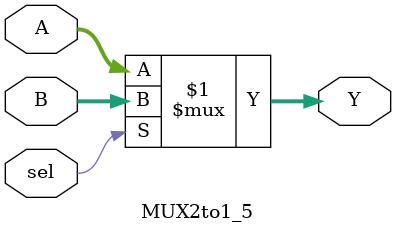
<source format=v>
module MUX2to1_5(A, B, sel, Y);
input [4:0] A, B;
input sel;
output [4:0] Y;
assign Y= (sel) ? B: A;
endmodule
</source>
